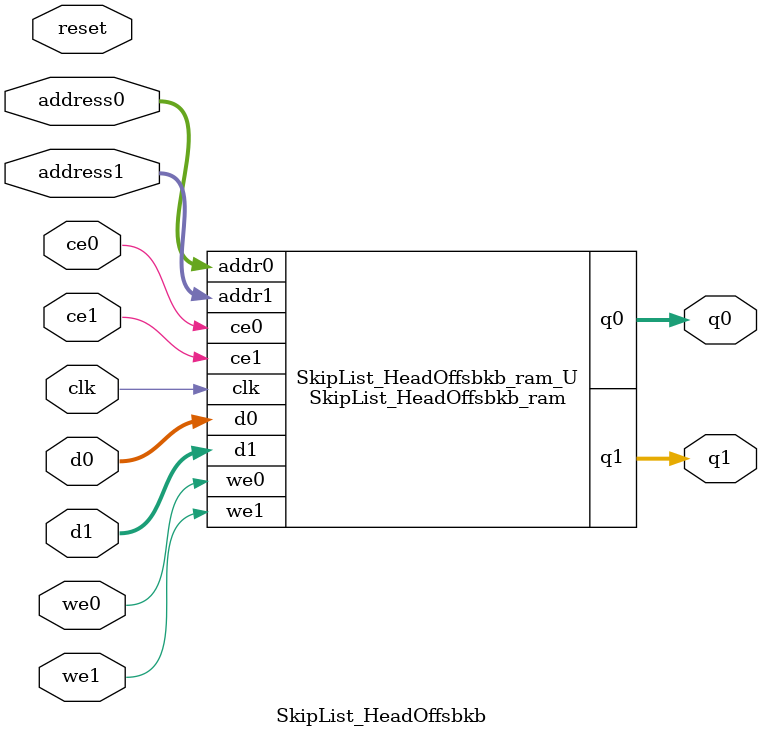
<source format=v>

`timescale 1 ns / 1 ps
module SkipList_HeadOffsbkb_ram (addr0, ce0, d0, we0, q0, addr1, ce1, d1, we1, q1,  clk);

parameter DWIDTH = 32;
parameter AWIDTH = 8;
parameter MEM_SIZE = 200;

input[AWIDTH-1:0] addr0;
input ce0;
input[DWIDTH-1:0] d0;
input we0;
output reg[DWIDTH-1:0] q0;
input[AWIDTH-1:0] addr1;
input ce1;
input[DWIDTH-1:0] d1;
input we1;
output reg[DWIDTH-1:0] q1;
input clk;

(* ram_style = "block" *)reg [DWIDTH-1:0] ram[0:MEM_SIZE-1];




always @(posedge clk)  
begin 
    if (ce0) 
    begin
        if (we0) 
        begin 
            ram[addr0] <= d0; 
            q0 <= d0;
        end 
        else 
            q0 <= ram[addr0];
    end
end


always @(posedge clk)  
begin 
    if (ce1) 
    begin
        if (we1) 
        begin 
            ram[addr1] <= d1; 
            q1 <= d1;
        end 
        else 
            q1 <= ram[addr1];
    end
end


endmodule


`timescale 1 ns / 1 ps
module SkipList_HeadOffsbkb(
    reset,
    clk,
    address0,
    ce0,
    we0,
    d0,
    q0,
    address1,
    ce1,
    we1,
    d1,
    q1);

parameter DataWidth = 32'd32;
parameter AddressRange = 32'd200;
parameter AddressWidth = 32'd8;
input reset;
input clk;
input[AddressWidth - 1:0] address0;
input ce0;
input we0;
input[DataWidth - 1:0] d0;
output[DataWidth - 1:0] q0;
input[AddressWidth - 1:0] address1;
input ce1;
input we1;
input[DataWidth - 1:0] d1;
output[DataWidth - 1:0] q1;



SkipList_HeadOffsbkb_ram SkipList_HeadOffsbkb_ram_U(
    .clk( clk ),
    .addr0( address0 ),
    .ce0( ce0 ),
    .d0( d0 ),
    .we0( we0 ),
    .q0( q0 ),
    .addr1( address1 ),
    .ce1( ce1 ),
    .d1( d1 ),
    .we1( we1 ),
    .q1( q1 ));

endmodule


</source>
